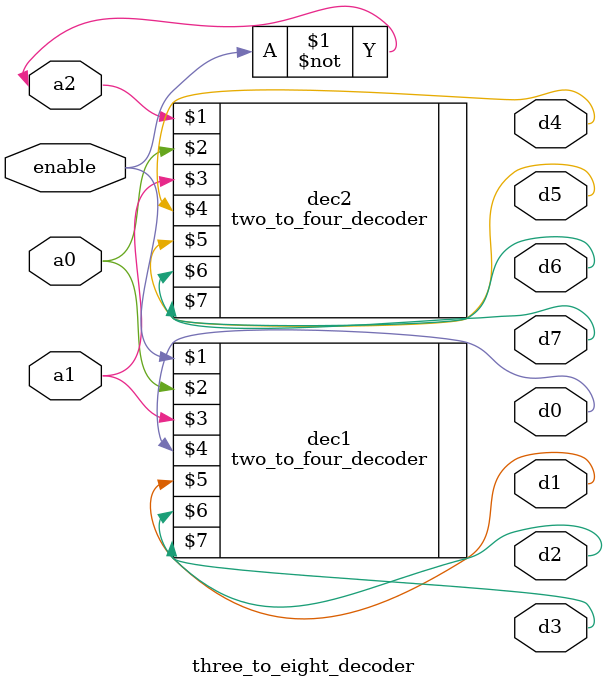
<source format=v>
`include "two_to_four_decoder.v"
module three_to_eight_decoder(
input wire enable,a0,a1,a2,
output d0,d1,d2,d3,d4,d5,d6,d7);

wire a2 = (~enable);

two_to_four_decoder dec1(enable,a0,a1,d0,d1,d2,d3);
two_to_four_decoder dec2(a2,a0,a1,d4,d5,d6,d7);

endmodule
</source>
